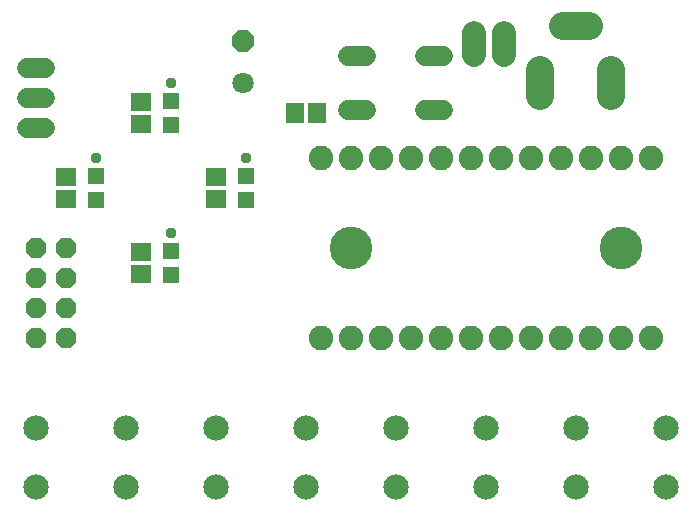
<source format=gbr>
G04 EAGLE Gerber RS-274X export*
G75*
%MOMM*%
%FSLAX34Y34*%
%LPD*%
%INSoldermask Top*%
%IPPOS*%
%AMOC8*
5,1,8,0,0,1.08239X$1,22.5*%
G01*
%ADD10C,3.606800*%
%ADD11C,2.146300*%
%ADD12C,2.082800*%
%ADD13P,1.869504X8X112.500000*%
%ADD14C,1.727200*%
%ADD15R,1.403200X1.403200*%
%ADD16R,1.703200X1.503200*%
%ADD17C,2.387600*%
%ADD18R,1.503200X1.703200*%
%ADD19P,1.951982X8X112.500000*%
%ADD20C,1.803400*%
%ADD21C,2.003200*%
%ADD22C,0.959600*%


D10*
X355600Y241300D03*
X584200Y241300D03*
D11*
X88900Y88900D03*
X88900Y38862D03*
X165100Y88900D03*
X165100Y38862D03*
X241300Y88900D03*
X241300Y38862D03*
X317500Y88900D03*
X317500Y38862D03*
X393700Y88900D03*
X393700Y38862D03*
X469900Y88900D03*
X469900Y38862D03*
X546100Y88900D03*
X546100Y38862D03*
X622300Y88900D03*
X622300Y38862D03*
D12*
X609600Y317500D03*
X584200Y317500D03*
X558800Y317500D03*
X533400Y317500D03*
X508000Y317500D03*
X482600Y317500D03*
X457200Y317500D03*
X431800Y317500D03*
X406400Y317500D03*
X381000Y317500D03*
X355600Y317500D03*
X330200Y317500D03*
X330200Y165100D03*
X355600Y165100D03*
X381000Y165100D03*
X406400Y165100D03*
X431800Y165100D03*
X457200Y165100D03*
X482600Y165100D03*
X508000Y165100D03*
X533400Y165100D03*
X558800Y165100D03*
X584200Y165100D03*
X609600Y165100D03*
D13*
X88900Y165100D03*
X88900Y190500D03*
X88900Y215900D03*
X88900Y241300D03*
X114300Y165100D03*
X114300Y190500D03*
X114300Y215900D03*
X114300Y241300D03*
D14*
X353568Y403606D02*
X368808Y403606D01*
X368808Y358394D02*
X353568Y358394D01*
X418592Y403606D02*
X433832Y403606D01*
X433832Y358394D02*
X418592Y358394D01*
D15*
X139700Y281600D03*
X139700Y302600D03*
X203200Y218100D03*
X203200Y239100D03*
X203200Y345100D03*
X203200Y366100D03*
X266700Y281600D03*
X266700Y302600D03*
D16*
X114300Y282600D03*
X114300Y301600D03*
X177800Y219100D03*
X177800Y238100D03*
X177800Y346100D03*
X177800Y365100D03*
X241300Y282600D03*
X241300Y301600D03*
D17*
X535178Y429000D02*
X557022Y429000D01*
X576100Y391922D02*
X576100Y370078D01*
X516100Y370078D02*
X516100Y391922D01*
D14*
X96520Y342900D02*
X81280Y342900D01*
X81280Y368300D02*
X96520Y368300D01*
X96520Y393700D02*
X81280Y393700D01*
D18*
X327000Y355600D03*
X308000Y355600D03*
D19*
X264160Y416560D03*
D20*
X264160Y381000D03*
D21*
X485140Y405020D02*
X485140Y423020D01*
X459740Y423020D02*
X459740Y405020D01*
D22*
X203200Y381000D03*
X266700Y317500D03*
X139700Y317500D03*
X203200Y254000D03*
M02*

</source>
